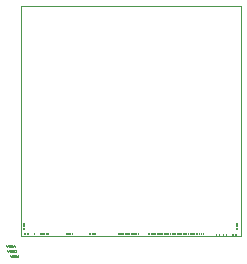
<source format=gbr>
G04 #@! TF.GenerationSoftware,KiCad,Pcbnew,(6.0.10)*
G04 #@! TF.CreationDate,2023-02-10T19:23:53+01:00*
G04 #@! TF.ProjectId,astropix_v3,61737472-6f70-4697-985f-76332e6b6963,1.0*
G04 #@! TF.SameCoordinates,Original*
G04 #@! TF.FileFunction,OtherDrawing,Comment*
%FSLAX46Y46*%
G04 Gerber Fmt 4.6, Leading zero omitted, Abs format (unit mm)*
G04 Created by KiCad (PCBNEW (6.0.10)) date 2023-02-10 19:23:53*
%MOMM*%
%LPD*%
G01*
G04 APERTURE LIST*
%ADD10C,0.050000*%
%ADD11R,0.070000X0.200000*%
%ADD12R,0.200000X0.070000*%
G04 APERTURE END LIST*
D10*
G04 #@! TO.C,U5*
X122167619Y-81115476D02*
X122234285Y-81315476D01*
X122300952Y-81115476D01*
X122367619Y-81315476D02*
X122367619Y-81115476D01*
X122415238Y-81115476D01*
X122443809Y-81125000D01*
X122462857Y-81144047D01*
X122472380Y-81163095D01*
X122481904Y-81201190D01*
X122481904Y-81229761D01*
X122472380Y-81267857D01*
X122462857Y-81286904D01*
X122443809Y-81305952D01*
X122415238Y-81315476D01*
X122367619Y-81315476D01*
X122567619Y-81315476D02*
X122567619Y-81115476D01*
X122615238Y-81115476D01*
X122643809Y-81125000D01*
X122662857Y-81144047D01*
X122672380Y-81163095D01*
X122681904Y-81201190D01*
X122681904Y-81229761D01*
X122672380Y-81267857D01*
X122662857Y-81286904D01*
X122643809Y-81305952D01*
X122615238Y-81315476D01*
X122567619Y-81315476D01*
X122758095Y-81258333D02*
X122853333Y-81258333D01*
X122739047Y-81315476D02*
X122805714Y-81115476D01*
X122872380Y-81315476D01*
X122512142Y-81985476D02*
X122578809Y-82185476D01*
X122645476Y-81985476D01*
X122702619Y-82175952D02*
X122731190Y-82185476D01*
X122778809Y-82185476D01*
X122797857Y-82175952D01*
X122807380Y-82166428D01*
X122816904Y-82147380D01*
X122816904Y-82128333D01*
X122807380Y-82109285D01*
X122797857Y-82099761D01*
X122778809Y-82090238D01*
X122740714Y-82080714D01*
X122721666Y-82071190D01*
X122712142Y-82061666D01*
X122702619Y-82042619D01*
X122702619Y-82023571D01*
X122712142Y-82004523D01*
X122721666Y-81995000D01*
X122740714Y-81985476D01*
X122788333Y-81985476D01*
X122816904Y-81995000D01*
X122893095Y-82175952D02*
X122921666Y-82185476D01*
X122969285Y-82185476D01*
X122988333Y-82175952D01*
X122997857Y-82166428D01*
X123007380Y-82147380D01*
X123007380Y-82128333D01*
X122997857Y-82109285D01*
X122988333Y-82099761D01*
X122969285Y-82090238D01*
X122931190Y-82080714D01*
X122912142Y-82071190D01*
X122902619Y-82061666D01*
X122893095Y-82042619D01*
X122893095Y-82023571D01*
X122902619Y-82004523D01*
X122912142Y-81995000D01*
X122931190Y-81985476D01*
X122978809Y-81985476D01*
X123007380Y-81995000D01*
X123083571Y-82128333D02*
X123178809Y-82128333D01*
X123064523Y-82185476D02*
X123131190Y-81985476D01*
X123197857Y-82185476D01*
X122263333Y-81550476D02*
X122330000Y-81750476D01*
X122396666Y-81550476D01*
X122463333Y-81750476D02*
X122463333Y-81550476D01*
X122510952Y-81550476D01*
X122539523Y-81560000D01*
X122558571Y-81579047D01*
X122568095Y-81598095D01*
X122577619Y-81636190D01*
X122577619Y-81664761D01*
X122568095Y-81702857D01*
X122558571Y-81721904D01*
X122539523Y-81740952D01*
X122510952Y-81750476D01*
X122463333Y-81750476D01*
X122663333Y-81750476D02*
X122663333Y-81550476D01*
X122710952Y-81550476D01*
X122739523Y-81560000D01*
X122758571Y-81579047D01*
X122768095Y-81598095D01*
X122777619Y-81636190D01*
X122777619Y-81664761D01*
X122768095Y-81702857D01*
X122758571Y-81721904D01*
X122739523Y-81740952D01*
X122710952Y-81750476D01*
X122663333Y-81750476D01*
X122863333Y-81750476D02*
X122863333Y-81550476D01*
X122910952Y-81550476D01*
X122939523Y-81560000D01*
X122958571Y-81579047D01*
X122968095Y-81598095D01*
X122977619Y-81636190D01*
X122977619Y-81664761D01*
X122968095Y-81702857D01*
X122958571Y-81721904D01*
X122939523Y-81740952D01*
X122910952Y-81750476D01*
X122863333Y-81750476D01*
X142010000Y-80400000D02*
X123400000Y-80400000D01*
X123400000Y-60915000D02*
X123400000Y-80400000D01*
X142010000Y-60915000D02*
X123400000Y-60915000D01*
X142010000Y-60915000D02*
X142010000Y-80400000D01*
G04 #@! TD*
D11*
G04 #@! TO.C,U5*
X138585000Y-80200000D03*
X136285000Y-80200000D03*
X123885000Y-80200000D03*
X127485000Y-80200000D03*
D12*
X141675000Y-79745000D03*
D11*
X125185000Y-80200000D03*
X132085000Y-80200000D03*
X140885000Y-80250000D03*
X132485000Y-80200000D03*
X138785000Y-80200000D03*
D12*
X123715000Y-79845000D03*
D11*
X129585000Y-80200000D03*
X136685000Y-80200000D03*
D12*
X141675000Y-79845000D03*
D11*
X136485000Y-80200000D03*
X138285000Y-80200000D03*
X136885000Y-80200000D03*
X137785000Y-80200000D03*
X131685000Y-80200000D03*
X132585000Y-80200000D03*
X131985000Y-80200000D03*
X138085000Y-80200000D03*
X138385000Y-80200000D03*
X125485000Y-80200000D03*
X129685000Y-80200000D03*
X137285000Y-80200000D03*
X132685000Y-80200000D03*
X135485000Y-80200000D03*
X132385000Y-80200000D03*
X134885000Y-80200000D03*
X132785000Y-80200000D03*
X125585000Y-80200000D03*
X133385000Y-80200000D03*
D12*
X141675000Y-79345000D03*
X123715000Y-79645000D03*
D11*
X131885000Y-80200000D03*
X135885000Y-80200000D03*
X127685000Y-80200000D03*
X137485000Y-80200000D03*
X135585000Y-80200000D03*
X127285000Y-80200000D03*
X136585000Y-80200000D03*
D12*
X123715000Y-79445000D03*
X123715000Y-79345000D03*
D11*
X134685000Y-80200000D03*
X133085000Y-80200000D03*
X125785000Y-80200000D03*
X141385000Y-80250000D03*
X129285000Y-80200000D03*
X132985000Y-80200000D03*
X129385000Y-80200000D03*
X139985000Y-80250000D03*
X131785000Y-80200000D03*
X141585000Y-80250000D03*
X134385000Y-80200000D03*
X138185000Y-80200000D03*
X132885000Y-80200000D03*
X123985000Y-80200000D03*
D12*
X141675000Y-79445000D03*
D11*
X134585000Y-80200000D03*
X133285000Y-80200000D03*
D12*
X141675000Y-79645000D03*
D11*
X134485000Y-80200000D03*
D12*
X123715000Y-79745000D03*
D11*
X141685000Y-80250000D03*
X132285000Y-80200000D03*
X125385000Y-80200000D03*
X125085000Y-80200000D03*
X137685000Y-80200000D03*
X124085000Y-80200000D03*
X139985000Y-80250000D03*
X127385000Y-80200000D03*
X134285000Y-80200000D03*
X136785000Y-80200000D03*
D12*
X123715000Y-79545000D03*
D11*
X132185000Y-80200000D03*
X136085000Y-80200000D03*
X137385000Y-80200000D03*
X136385000Y-80200000D03*
X135285000Y-80200000D03*
X141485000Y-80250000D03*
X129785000Y-80200000D03*
X127585000Y-80200000D03*
X137685000Y-80200000D03*
X138885000Y-80200000D03*
X127785000Y-80200000D03*
X134985000Y-80200000D03*
X140285000Y-80250000D03*
X133185000Y-80200000D03*
X135185000Y-80200000D03*
X125285000Y-80200000D03*
X137185000Y-80200000D03*
X140585000Y-80250000D03*
X135085000Y-80200000D03*
X134785000Y-80200000D03*
X135385000Y-80200000D03*
X135785000Y-80200000D03*
X137885000Y-80200000D03*
X137085000Y-80200000D03*
X137985000Y-80200000D03*
X135685000Y-80200000D03*
D12*
X141675000Y-79545000D03*
D11*
X129485000Y-80200000D03*
X124585000Y-80200000D03*
X136985000Y-80200000D03*
X125685000Y-80200000D03*
X135985000Y-80200000D03*
X123785000Y-80200000D03*
G04 #@! TD*
M02*

</source>
